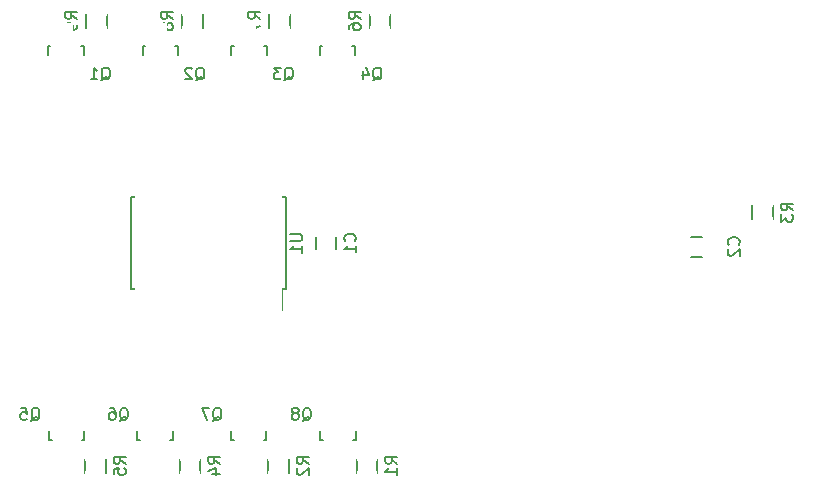
<source format=gbr>
G04 #@! TF.FileFunction,Legend,Bot*
%FSLAX46Y46*%
G04 Gerber Fmt 4.6, Leading zero omitted, Abs format (unit mm)*
G04 Created by KiCad (PCBNEW 4.0.2+dfsg1-stable) date Thu 23 Jun 2016 09:12:49 CEST*
%MOMM*%
G01*
G04 APERTURE LIST*
%ADD10C,0.100000*%
%ADD11C,0.150000*%
%ADD12C,2.000000*%
%ADD13C,2.900000*%
%ADD14R,1.650000X1.900000*%
%ADD15R,1.900000X1.650000*%
%ADD16R,2.127200X2.127200*%
%ADD17O,2.127200X2.127200*%
%ADD18R,1.200100X2.200860*%
%ADD19R,1.700000X1.900000*%
%ADD20R,1.000000X2.350000*%
%ADD21O,1.900000X2.900000*%
G04 APERTURE END LIST*
D10*
D11*
X195350000Y-102500000D02*
X195350000Y-103500000D01*
X193650000Y-103500000D02*
X193650000Y-102500000D01*
X225400000Y-102450000D02*
X226400000Y-102450000D01*
X226400000Y-104150000D02*
X225400000Y-104150000D01*
X173999820Y-87050800D02*
X173999820Y-86349760D01*
X173999820Y-86349760D02*
X173750900Y-86349760D01*
X171200840Y-86349760D02*
X171000180Y-86349760D01*
X171000180Y-86349760D02*
X171000180Y-87050800D01*
X181999820Y-87050800D02*
X181999820Y-86349760D01*
X181999820Y-86349760D02*
X181750900Y-86349760D01*
X179200840Y-86349760D02*
X179000180Y-86349760D01*
X179000180Y-86349760D02*
X179000180Y-87050800D01*
X189499820Y-87050800D02*
X189499820Y-86349760D01*
X189499820Y-86349760D02*
X189250900Y-86349760D01*
X186700840Y-86349760D02*
X186500180Y-86349760D01*
X186500180Y-86349760D02*
X186500180Y-87050800D01*
X196999820Y-87050800D02*
X196999820Y-86349760D01*
X196999820Y-86349760D02*
X196750900Y-86349760D01*
X194200840Y-86349760D02*
X194000180Y-86349760D01*
X194000180Y-86349760D02*
X194000180Y-87050800D01*
X171050180Y-118950340D02*
X171050180Y-119651380D01*
X171050180Y-119651380D02*
X171299100Y-119651380D01*
X173849160Y-119651380D02*
X174049820Y-119651380D01*
X174049820Y-119651380D02*
X174049820Y-118950340D01*
X178550180Y-118950340D02*
X178550180Y-119651380D01*
X178550180Y-119651380D02*
X178799100Y-119651380D01*
X181349160Y-119651380D02*
X181549820Y-119651380D01*
X181549820Y-119651380D02*
X181549820Y-118950340D01*
X186450180Y-118950340D02*
X186450180Y-119651380D01*
X186450180Y-119651380D02*
X186699100Y-119651380D01*
X189249160Y-119651380D02*
X189449820Y-119651380D01*
X189449820Y-119651380D02*
X189449820Y-118950340D01*
X194050180Y-118950340D02*
X194050180Y-119651380D01*
X194050180Y-119651380D02*
X194299100Y-119651380D01*
X196849160Y-119651380D02*
X197049820Y-119651380D01*
X197049820Y-119651380D02*
X197049820Y-118950340D01*
X197125000Y-121250000D02*
X197125000Y-122450000D01*
X198875000Y-122450000D02*
X198875000Y-121250000D01*
X189625000Y-121250000D02*
X189625000Y-122450000D01*
X191375000Y-122450000D02*
X191375000Y-121250000D01*
X230625000Y-99800000D02*
X230625000Y-101000000D01*
X232375000Y-101000000D02*
X232375000Y-99800000D01*
X182125000Y-121250000D02*
X182125000Y-122450000D01*
X183875000Y-122450000D02*
X183875000Y-121250000D01*
X174125000Y-121250000D02*
X174125000Y-122450000D01*
X175875000Y-122450000D02*
X175875000Y-121250000D01*
X199975000Y-84800000D02*
X199975000Y-83600000D01*
X198225000Y-83600000D02*
X198225000Y-84800000D01*
X191475000Y-84800000D02*
X191475000Y-83600000D01*
X189725000Y-83600000D02*
X189725000Y-84800000D01*
X184075000Y-84800000D02*
X184075000Y-83600000D01*
X182325000Y-83600000D02*
X182325000Y-84800000D01*
X175975000Y-84800000D02*
X175975000Y-83600000D01*
X174225000Y-83600000D02*
X174225000Y-84800000D01*
X191130000Y-106875000D02*
X190795000Y-106875000D01*
X191130000Y-99125000D02*
X190795000Y-99125000D01*
X177980000Y-99125000D02*
X178315000Y-99125000D01*
X177980000Y-106875000D02*
X178315000Y-106875000D01*
X191130000Y-106875000D02*
X191130000Y-99125000D01*
X177980000Y-106875000D02*
X177980000Y-99125000D01*
X190795000Y-106875000D02*
X190795000Y-108675000D01*
X196957143Y-102833334D02*
X197004762Y-102785715D01*
X197052381Y-102642858D01*
X197052381Y-102547620D01*
X197004762Y-102404762D01*
X196909524Y-102309524D01*
X196814286Y-102261905D01*
X196623810Y-102214286D01*
X196480952Y-102214286D01*
X196290476Y-102261905D01*
X196195238Y-102309524D01*
X196100000Y-102404762D01*
X196052381Y-102547620D01*
X196052381Y-102642858D01*
X196100000Y-102785715D01*
X196147619Y-102833334D01*
X197052381Y-103785715D02*
X197052381Y-103214286D01*
X197052381Y-103500000D02*
X196052381Y-103500000D01*
X196195238Y-103404762D01*
X196290476Y-103309524D01*
X196338095Y-103214286D01*
X229457143Y-103133334D02*
X229504762Y-103085715D01*
X229552381Y-102942858D01*
X229552381Y-102847620D01*
X229504762Y-102704762D01*
X229409524Y-102609524D01*
X229314286Y-102561905D01*
X229123810Y-102514286D01*
X228980952Y-102514286D01*
X228790476Y-102561905D01*
X228695238Y-102609524D01*
X228600000Y-102704762D01*
X228552381Y-102847620D01*
X228552381Y-102942858D01*
X228600000Y-103085715D01*
X228647619Y-103133334D01*
X228647619Y-103514286D02*
X228600000Y-103561905D01*
X228552381Y-103657143D01*
X228552381Y-103895239D01*
X228600000Y-103990477D01*
X228647619Y-104038096D01*
X228742857Y-104085715D01*
X228838095Y-104085715D01*
X228980952Y-104038096D01*
X229552381Y-103466667D01*
X229552381Y-104085715D01*
X175495238Y-89237619D02*
X175590476Y-89190000D01*
X175685714Y-89094762D01*
X175828571Y-88951905D01*
X175923810Y-88904286D01*
X176019048Y-88904286D01*
X175971429Y-89142381D02*
X176066667Y-89094762D01*
X176161905Y-88999524D01*
X176209524Y-88809048D01*
X176209524Y-88475714D01*
X176161905Y-88285238D01*
X176066667Y-88190000D01*
X175971429Y-88142381D01*
X175780952Y-88142381D01*
X175685714Y-88190000D01*
X175590476Y-88285238D01*
X175542857Y-88475714D01*
X175542857Y-88809048D01*
X175590476Y-88999524D01*
X175685714Y-89094762D01*
X175780952Y-89142381D01*
X175971429Y-89142381D01*
X174590476Y-89142381D02*
X175161905Y-89142381D01*
X174876191Y-89142381D02*
X174876191Y-88142381D01*
X174971429Y-88285238D01*
X175066667Y-88380476D01*
X175161905Y-88428095D01*
X183495238Y-89237619D02*
X183590476Y-89190000D01*
X183685714Y-89094762D01*
X183828571Y-88951905D01*
X183923810Y-88904286D01*
X184019048Y-88904286D01*
X183971429Y-89142381D02*
X184066667Y-89094762D01*
X184161905Y-88999524D01*
X184209524Y-88809048D01*
X184209524Y-88475714D01*
X184161905Y-88285238D01*
X184066667Y-88190000D01*
X183971429Y-88142381D01*
X183780952Y-88142381D01*
X183685714Y-88190000D01*
X183590476Y-88285238D01*
X183542857Y-88475714D01*
X183542857Y-88809048D01*
X183590476Y-88999524D01*
X183685714Y-89094762D01*
X183780952Y-89142381D01*
X183971429Y-89142381D01*
X183161905Y-88237619D02*
X183114286Y-88190000D01*
X183019048Y-88142381D01*
X182780952Y-88142381D01*
X182685714Y-88190000D01*
X182638095Y-88237619D01*
X182590476Y-88332857D01*
X182590476Y-88428095D01*
X182638095Y-88570952D01*
X183209524Y-89142381D01*
X182590476Y-89142381D01*
X190995238Y-89237619D02*
X191090476Y-89190000D01*
X191185714Y-89094762D01*
X191328571Y-88951905D01*
X191423810Y-88904286D01*
X191519048Y-88904286D01*
X191471429Y-89142381D02*
X191566667Y-89094762D01*
X191661905Y-88999524D01*
X191709524Y-88809048D01*
X191709524Y-88475714D01*
X191661905Y-88285238D01*
X191566667Y-88190000D01*
X191471429Y-88142381D01*
X191280952Y-88142381D01*
X191185714Y-88190000D01*
X191090476Y-88285238D01*
X191042857Y-88475714D01*
X191042857Y-88809048D01*
X191090476Y-88999524D01*
X191185714Y-89094762D01*
X191280952Y-89142381D01*
X191471429Y-89142381D01*
X190709524Y-88142381D02*
X190090476Y-88142381D01*
X190423810Y-88523333D01*
X190280952Y-88523333D01*
X190185714Y-88570952D01*
X190138095Y-88618571D01*
X190090476Y-88713810D01*
X190090476Y-88951905D01*
X190138095Y-89047143D01*
X190185714Y-89094762D01*
X190280952Y-89142381D01*
X190566667Y-89142381D01*
X190661905Y-89094762D01*
X190709524Y-89047143D01*
X198495238Y-89237619D02*
X198590476Y-89190000D01*
X198685714Y-89094762D01*
X198828571Y-88951905D01*
X198923810Y-88904286D01*
X199019048Y-88904286D01*
X198971429Y-89142381D02*
X199066667Y-89094762D01*
X199161905Y-88999524D01*
X199209524Y-88809048D01*
X199209524Y-88475714D01*
X199161905Y-88285238D01*
X199066667Y-88190000D01*
X198971429Y-88142381D01*
X198780952Y-88142381D01*
X198685714Y-88190000D01*
X198590476Y-88285238D01*
X198542857Y-88475714D01*
X198542857Y-88809048D01*
X198590476Y-88999524D01*
X198685714Y-89094762D01*
X198780952Y-89142381D01*
X198971429Y-89142381D01*
X197685714Y-88475714D02*
X197685714Y-89142381D01*
X197923810Y-88094762D02*
X198161905Y-88809048D01*
X197542857Y-88809048D01*
X169545238Y-118058759D02*
X169640476Y-118011140D01*
X169735714Y-117915902D01*
X169878571Y-117773045D01*
X169973810Y-117725426D01*
X170069048Y-117725426D01*
X170021429Y-117963521D02*
X170116667Y-117915902D01*
X170211905Y-117820664D01*
X170259524Y-117630188D01*
X170259524Y-117296854D01*
X170211905Y-117106378D01*
X170116667Y-117011140D01*
X170021429Y-116963521D01*
X169830952Y-116963521D01*
X169735714Y-117011140D01*
X169640476Y-117106378D01*
X169592857Y-117296854D01*
X169592857Y-117630188D01*
X169640476Y-117820664D01*
X169735714Y-117915902D01*
X169830952Y-117963521D01*
X170021429Y-117963521D01*
X168688095Y-116963521D02*
X169164286Y-116963521D01*
X169211905Y-117439711D01*
X169164286Y-117392092D01*
X169069048Y-117344473D01*
X168830952Y-117344473D01*
X168735714Y-117392092D01*
X168688095Y-117439711D01*
X168640476Y-117534950D01*
X168640476Y-117773045D01*
X168688095Y-117868283D01*
X168735714Y-117915902D01*
X168830952Y-117963521D01*
X169069048Y-117963521D01*
X169164286Y-117915902D01*
X169211905Y-117868283D01*
X177045238Y-118058759D02*
X177140476Y-118011140D01*
X177235714Y-117915902D01*
X177378571Y-117773045D01*
X177473810Y-117725426D01*
X177569048Y-117725426D01*
X177521429Y-117963521D02*
X177616667Y-117915902D01*
X177711905Y-117820664D01*
X177759524Y-117630188D01*
X177759524Y-117296854D01*
X177711905Y-117106378D01*
X177616667Y-117011140D01*
X177521429Y-116963521D01*
X177330952Y-116963521D01*
X177235714Y-117011140D01*
X177140476Y-117106378D01*
X177092857Y-117296854D01*
X177092857Y-117630188D01*
X177140476Y-117820664D01*
X177235714Y-117915902D01*
X177330952Y-117963521D01*
X177521429Y-117963521D01*
X176235714Y-116963521D02*
X176426191Y-116963521D01*
X176521429Y-117011140D01*
X176569048Y-117058759D01*
X176664286Y-117201616D01*
X176711905Y-117392092D01*
X176711905Y-117773045D01*
X176664286Y-117868283D01*
X176616667Y-117915902D01*
X176521429Y-117963521D01*
X176330952Y-117963521D01*
X176235714Y-117915902D01*
X176188095Y-117868283D01*
X176140476Y-117773045D01*
X176140476Y-117534950D01*
X176188095Y-117439711D01*
X176235714Y-117392092D01*
X176330952Y-117344473D01*
X176521429Y-117344473D01*
X176616667Y-117392092D01*
X176664286Y-117439711D01*
X176711905Y-117534950D01*
X184945238Y-118058759D02*
X185040476Y-118011140D01*
X185135714Y-117915902D01*
X185278571Y-117773045D01*
X185373810Y-117725426D01*
X185469048Y-117725426D01*
X185421429Y-117963521D02*
X185516667Y-117915902D01*
X185611905Y-117820664D01*
X185659524Y-117630188D01*
X185659524Y-117296854D01*
X185611905Y-117106378D01*
X185516667Y-117011140D01*
X185421429Y-116963521D01*
X185230952Y-116963521D01*
X185135714Y-117011140D01*
X185040476Y-117106378D01*
X184992857Y-117296854D01*
X184992857Y-117630188D01*
X185040476Y-117820664D01*
X185135714Y-117915902D01*
X185230952Y-117963521D01*
X185421429Y-117963521D01*
X184659524Y-116963521D02*
X183992857Y-116963521D01*
X184421429Y-117963521D01*
X192545238Y-118058759D02*
X192640476Y-118011140D01*
X192735714Y-117915902D01*
X192878571Y-117773045D01*
X192973810Y-117725426D01*
X193069048Y-117725426D01*
X193021429Y-117963521D02*
X193116667Y-117915902D01*
X193211905Y-117820664D01*
X193259524Y-117630188D01*
X193259524Y-117296854D01*
X193211905Y-117106378D01*
X193116667Y-117011140D01*
X193021429Y-116963521D01*
X192830952Y-116963521D01*
X192735714Y-117011140D01*
X192640476Y-117106378D01*
X192592857Y-117296854D01*
X192592857Y-117630188D01*
X192640476Y-117820664D01*
X192735714Y-117915902D01*
X192830952Y-117963521D01*
X193021429Y-117963521D01*
X192021429Y-117392092D02*
X192116667Y-117344473D01*
X192164286Y-117296854D01*
X192211905Y-117201616D01*
X192211905Y-117153997D01*
X192164286Y-117058759D01*
X192116667Y-117011140D01*
X192021429Y-116963521D01*
X191830952Y-116963521D01*
X191735714Y-117011140D01*
X191688095Y-117058759D01*
X191640476Y-117153997D01*
X191640476Y-117201616D01*
X191688095Y-117296854D01*
X191735714Y-117344473D01*
X191830952Y-117392092D01*
X192021429Y-117392092D01*
X192116667Y-117439711D01*
X192164286Y-117487330D01*
X192211905Y-117582569D01*
X192211905Y-117773045D01*
X192164286Y-117868283D01*
X192116667Y-117915902D01*
X192021429Y-117963521D01*
X191830952Y-117963521D01*
X191735714Y-117915902D01*
X191688095Y-117868283D01*
X191640476Y-117773045D01*
X191640476Y-117582569D01*
X191688095Y-117487330D01*
X191735714Y-117439711D01*
X191830952Y-117392092D01*
X200552381Y-121683334D02*
X200076190Y-121350000D01*
X200552381Y-121111905D02*
X199552381Y-121111905D01*
X199552381Y-121492858D01*
X199600000Y-121588096D01*
X199647619Y-121635715D01*
X199742857Y-121683334D01*
X199885714Y-121683334D01*
X199980952Y-121635715D01*
X200028571Y-121588096D01*
X200076190Y-121492858D01*
X200076190Y-121111905D01*
X200552381Y-122635715D02*
X200552381Y-122064286D01*
X200552381Y-122350000D02*
X199552381Y-122350000D01*
X199695238Y-122254762D01*
X199790476Y-122159524D01*
X199838095Y-122064286D01*
X193052381Y-121683334D02*
X192576190Y-121350000D01*
X193052381Y-121111905D02*
X192052381Y-121111905D01*
X192052381Y-121492858D01*
X192100000Y-121588096D01*
X192147619Y-121635715D01*
X192242857Y-121683334D01*
X192385714Y-121683334D01*
X192480952Y-121635715D01*
X192528571Y-121588096D01*
X192576190Y-121492858D01*
X192576190Y-121111905D01*
X192147619Y-122064286D02*
X192100000Y-122111905D01*
X192052381Y-122207143D01*
X192052381Y-122445239D01*
X192100000Y-122540477D01*
X192147619Y-122588096D01*
X192242857Y-122635715D01*
X192338095Y-122635715D01*
X192480952Y-122588096D01*
X193052381Y-122016667D01*
X193052381Y-122635715D01*
X234052381Y-100233334D02*
X233576190Y-99900000D01*
X234052381Y-99661905D02*
X233052381Y-99661905D01*
X233052381Y-100042858D01*
X233100000Y-100138096D01*
X233147619Y-100185715D01*
X233242857Y-100233334D01*
X233385714Y-100233334D01*
X233480952Y-100185715D01*
X233528571Y-100138096D01*
X233576190Y-100042858D01*
X233576190Y-99661905D01*
X233052381Y-100566667D02*
X233052381Y-101185715D01*
X233433333Y-100852381D01*
X233433333Y-100995239D01*
X233480952Y-101090477D01*
X233528571Y-101138096D01*
X233623810Y-101185715D01*
X233861905Y-101185715D01*
X233957143Y-101138096D01*
X234004762Y-101090477D01*
X234052381Y-100995239D01*
X234052381Y-100709524D01*
X234004762Y-100614286D01*
X233957143Y-100566667D01*
X185552381Y-121683334D02*
X185076190Y-121350000D01*
X185552381Y-121111905D02*
X184552381Y-121111905D01*
X184552381Y-121492858D01*
X184600000Y-121588096D01*
X184647619Y-121635715D01*
X184742857Y-121683334D01*
X184885714Y-121683334D01*
X184980952Y-121635715D01*
X185028571Y-121588096D01*
X185076190Y-121492858D01*
X185076190Y-121111905D01*
X184885714Y-122540477D02*
X185552381Y-122540477D01*
X184504762Y-122302381D02*
X185219048Y-122064286D01*
X185219048Y-122683334D01*
X177552381Y-121683334D02*
X177076190Y-121350000D01*
X177552381Y-121111905D02*
X176552381Y-121111905D01*
X176552381Y-121492858D01*
X176600000Y-121588096D01*
X176647619Y-121635715D01*
X176742857Y-121683334D01*
X176885714Y-121683334D01*
X176980952Y-121635715D01*
X177028571Y-121588096D01*
X177076190Y-121492858D01*
X177076190Y-121111905D01*
X176552381Y-122588096D02*
X176552381Y-122111905D01*
X177028571Y-122064286D01*
X176980952Y-122111905D01*
X176933333Y-122207143D01*
X176933333Y-122445239D01*
X176980952Y-122540477D01*
X177028571Y-122588096D01*
X177123810Y-122635715D01*
X177361905Y-122635715D01*
X177457143Y-122588096D01*
X177504762Y-122540477D01*
X177552381Y-122445239D01*
X177552381Y-122207143D01*
X177504762Y-122111905D01*
X177457143Y-122064286D01*
X197452381Y-84033334D02*
X196976190Y-83700000D01*
X197452381Y-83461905D02*
X196452381Y-83461905D01*
X196452381Y-83842858D01*
X196500000Y-83938096D01*
X196547619Y-83985715D01*
X196642857Y-84033334D01*
X196785714Y-84033334D01*
X196880952Y-83985715D01*
X196928571Y-83938096D01*
X196976190Y-83842858D01*
X196976190Y-83461905D01*
X196452381Y-84890477D02*
X196452381Y-84700000D01*
X196500000Y-84604762D01*
X196547619Y-84557143D01*
X196690476Y-84461905D01*
X196880952Y-84414286D01*
X197261905Y-84414286D01*
X197357143Y-84461905D01*
X197404762Y-84509524D01*
X197452381Y-84604762D01*
X197452381Y-84795239D01*
X197404762Y-84890477D01*
X197357143Y-84938096D01*
X197261905Y-84985715D01*
X197023810Y-84985715D01*
X196928571Y-84938096D01*
X196880952Y-84890477D01*
X196833333Y-84795239D01*
X196833333Y-84604762D01*
X196880952Y-84509524D01*
X196928571Y-84461905D01*
X197023810Y-84414286D01*
X188952381Y-84033334D02*
X188476190Y-83700000D01*
X188952381Y-83461905D02*
X187952381Y-83461905D01*
X187952381Y-83842858D01*
X188000000Y-83938096D01*
X188047619Y-83985715D01*
X188142857Y-84033334D01*
X188285714Y-84033334D01*
X188380952Y-83985715D01*
X188428571Y-83938096D01*
X188476190Y-83842858D01*
X188476190Y-83461905D01*
X187952381Y-84366667D02*
X187952381Y-85033334D01*
X188952381Y-84604762D01*
X181552381Y-84033334D02*
X181076190Y-83700000D01*
X181552381Y-83461905D02*
X180552381Y-83461905D01*
X180552381Y-83842858D01*
X180600000Y-83938096D01*
X180647619Y-83985715D01*
X180742857Y-84033334D01*
X180885714Y-84033334D01*
X180980952Y-83985715D01*
X181028571Y-83938096D01*
X181076190Y-83842858D01*
X181076190Y-83461905D01*
X180980952Y-84604762D02*
X180933333Y-84509524D01*
X180885714Y-84461905D01*
X180790476Y-84414286D01*
X180742857Y-84414286D01*
X180647619Y-84461905D01*
X180600000Y-84509524D01*
X180552381Y-84604762D01*
X180552381Y-84795239D01*
X180600000Y-84890477D01*
X180647619Y-84938096D01*
X180742857Y-84985715D01*
X180790476Y-84985715D01*
X180885714Y-84938096D01*
X180933333Y-84890477D01*
X180980952Y-84795239D01*
X180980952Y-84604762D01*
X181028571Y-84509524D01*
X181076190Y-84461905D01*
X181171429Y-84414286D01*
X181361905Y-84414286D01*
X181457143Y-84461905D01*
X181504762Y-84509524D01*
X181552381Y-84604762D01*
X181552381Y-84795239D01*
X181504762Y-84890477D01*
X181457143Y-84938096D01*
X181361905Y-84985715D01*
X181171429Y-84985715D01*
X181076190Y-84938096D01*
X181028571Y-84890477D01*
X180980952Y-84795239D01*
X173452381Y-84033334D02*
X172976190Y-83700000D01*
X173452381Y-83461905D02*
X172452381Y-83461905D01*
X172452381Y-83842858D01*
X172500000Y-83938096D01*
X172547619Y-83985715D01*
X172642857Y-84033334D01*
X172785714Y-84033334D01*
X172880952Y-83985715D01*
X172928571Y-83938096D01*
X172976190Y-83842858D01*
X172976190Y-83461905D01*
X173452381Y-84509524D02*
X173452381Y-84700000D01*
X173404762Y-84795239D01*
X173357143Y-84842858D01*
X173214286Y-84938096D01*
X173023810Y-84985715D01*
X172642857Y-84985715D01*
X172547619Y-84938096D01*
X172500000Y-84890477D01*
X172452381Y-84795239D01*
X172452381Y-84604762D01*
X172500000Y-84509524D01*
X172547619Y-84461905D01*
X172642857Y-84414286D01*
X172880952Y-84414286D01*
X172976190Y-84461905D01*
X173023810Y-84509524D01*
X173071429Y-84604762D01*
X173071429Y-84795239D01*
X173023810Y-84890477D01*
X172976190Y-84938096D01*
X172880952Y-84985715D01*
X191507381Y-102238095D02*
X192316905Y-102238095D01*
X192412143Y-102285714D01*
X192459762Y-102333333D01*
X192507381Y-102428571D01*
X192507381Y-102619048D01*
X192459762Y-102714286D01*
X192412143Y-102761905D01*
X192316905Y-102809524D01*
X191507381Y-102809524D01*
X192507381Y-103809524D02*
X192507381Y-103238095D01*
X192507381Y-103523809D02*
X191507381Y-103523809D01*
X191650238Y-103428571D01*
X191745476Y-103333333D01*
X191793095Y-103238095D01*
%LPC*%
D12*
X223460000Y-91890000D03*
X228540000Y-91890000D03*
X223460000Y-99510000D03*
X228540000Y-99510000D03*
D13*
X226000000Y-129350000D03*
X226000000Y-109350000D03*
D14*
X194500000Y-104250000D03*
X194500000Y-101750000D03*
D15*
X227150000Y-103300000D03*
X224650000Y-103300000D03*
D16*
X223460000Y-81040000D03*
D17*
X223460000Y-78500000D03*
X226000000Y-81040000D03*
X226000000Y-78500000D03*
X228540000Y-81040000D03*
X228540000Y-78500000D03*
D18*
X173450000Y-88501140D03*
X171550000Y-88501140D03*
X172500000Y-85498860D03*
X181450000Y-88501140D03*
X179550000Y-88501140D03*
X180500000Y-85498860D03*
X188950000Y-88501140D03*
X187050000Y-88501140D03*
X188000000Y-85498860D03*
X196450000Y-88501140D03*
X194550000Y-88501140D03*
X195500000Y-85498860D03*
X171600000Y-117500000D03*
X173500000Y-117500000D03*
X172550000Y-120502280D03*
X179100000Y-117500000D03*
X181000000Y-117500000D03*
X180050000Y-120502280D03*
X187000000Y-117500000D03*
X188900000Y-117500000D03*
X187950000Y-120502280D03*
X194600000Y-117500000D03*
X196500000Y-117500000D03*
X195550000Y-120502280D03*
D19*
X198000000Y-123200000D03*
X198000000Y-120500000D03*
X190500000Y-123200000D03*
X190500000Y-120500000D03*
X231500000Y-101750000D03*
X231500000Y-99050000D03*
X183000000Y-123200000D03*
X183000000Y-120500000D03*
X175000000Y-123200000D03*
X175000000Y-120500000D03*
X199100000Y-82850000D03*
X199100000Y-85550000D03*
X190600000Y-82850000D03*
X190600000Y-85550000D03*
X183200000Y-82850000D03*
X183200000Y-85550000D03*
X175100000Y-82850000D03*
X175100000Y-85550000D03*
D20*
X190270000Y-107700000D03*
X189000000Y-107700000D03*
X187730000Y-107700000D03*
X186460000Y-107700000D03*
X185190000Y-107700000D03*
X183920000Y-107700000D03*
X182650000Y-107700000D03*
X181380000Y-107700000D03*
X180110000Y-107700000D03*
X178840000Y-107700000D03*
X178840000Y-98300000D03*
X180110000Y-98300000D03*
X181380000Y-98300000D03*
X182650000Y-98300000D03*
X183920000Y-98300000D03*
X185190000Y-98300000D03*
X186460000Y-98300000D03*
X187730000Y-98300000D03*
X189000000Y-98300000D03*
X190270000Y-98300000D03*
D21*
X170040000Y-125900000D03*
X172580000Y-125900000D03*
X175120000Y-125900000D03*
X177660000Y-125900000D03*
X180200000Y-125900000D03*
X182740000Y-125900000D03*
X185280000Y-125900000D03*
X187820000Y-125900000D03*
X190360000Y-125900000D03*
X192900000Y-125900000D03*
X195440000Y-125900000D03*
X197980000Y-125900000D03*
X170040000Y-80100000D03*
X172580000Y-80100000D03*
X175120000Y-80100000D03*
X177660000Y-80100000D03*
X180200000Y-80100000D03*
X182740000Y-80100000D03*
X185280000Y-80100000D03*
X187820000Y-80100000D03*
X190360000Y-80100000D03*
X192900000Y-80100000D03*
X195440000Y-80100000D03*
X197980000Y-80100000D03*
M02*

</source>
